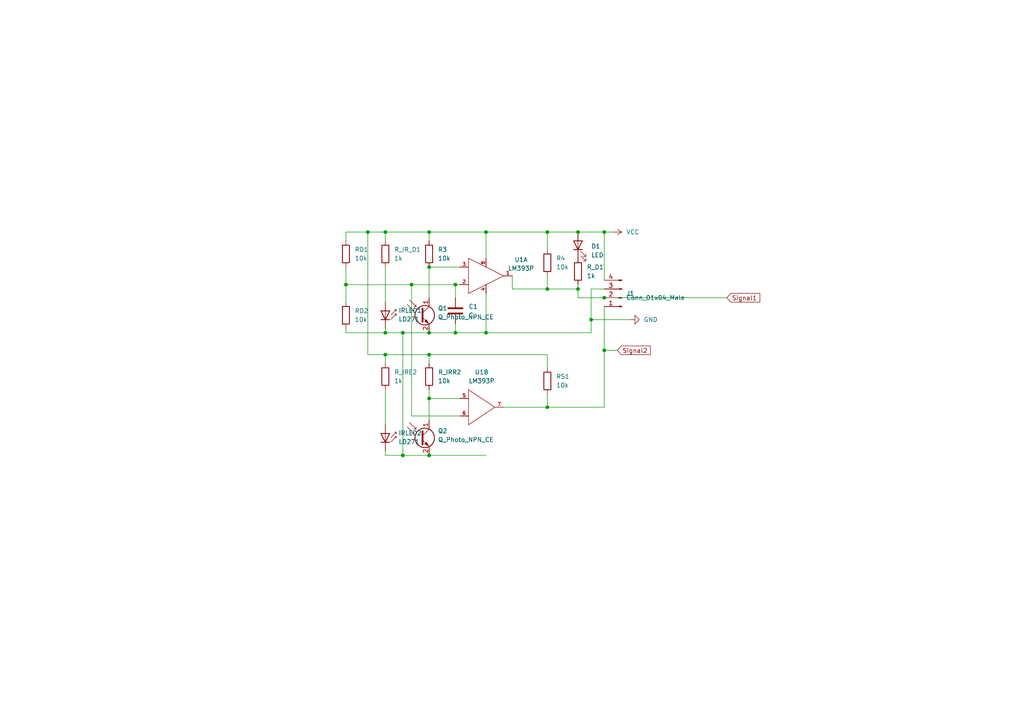
<source format=kicad_sch>
(kicad_sch (version 20211123) (generator eeschema)
  (paper "A4")
  (lib_symbols
    (symbol "Connector:Conn_01x04_Male" (pin_names (offset 1.016) hide)
      (property "Reference" "J" (at 0 5.08 0))
      (property "Value" "Conn_01x04_Male" (at 0 -7.62 0))
      (symbol "Conn_01x04_Male_1_1"
        (polyline (pts (xy 1.27 -5.08) (xy 0.8636 -5.08)) (stroke (width 0.1524)))
        (polyline (pts (xy 1.27 -2.54) (xy 0.8636 -2.54)) (stroke (width 0.1524)))
        (polyline (pts (xy 1.27 0) (xy 0.8636 0)) (stroke (width 0.1524)))
        (polyline (pts (xy 1.27 2.54) (xy 0.8636 2.54)) (stroke (width 0.1524)))
        (rectangle (start 0.8636 -4.953) (end 0 -5.207) (stroke (width 0.1524)) (fill (type outline)))
        (rectangle (start 0.8636 -2.413) (end 0 -2.667) (stroke (width 0.1524)) (fill (type outline)))
        (rectangle (start 0.8636 0.127) (end 0 -0.127) (stroke (width 0.1524)) (fill (type outline)))
        (rectangle (start 0.8636 2.667) (end 0 2.413) (stroke (width 0.1524)) (fill (type outline)))
        (pin passive line (at 5.08 2.54 180) (length 3.81) (name "Pin_1") (number "1"))
        (pin passive line (at 5.08 0 180) (length 3.81) (name "Pin_2") (number "2"))
        (pin passive line (at 5.08 -2.54 180) (length 3.81) (name "Pin_3") (number "3"))
        (pin passive line (at 5.08 -5.08 180) (length 3.81) (name "Pin_4") (number "4"))
      )
    )
    (symbol "Device:C" (pin_numbers hide) (pin_names (offset 0.254))
      (property "Reference" "C" (at 0.635 2.54 0))
      (property "Value" "C" (at 0.635 -2.54 0))
      (symbol "C_0_1"
        (polyline (pts (xy -2.032 -0.762) (xy 2.032 -0.762)) (stroke (width 0.508)))
        (polyline (pts (xy -2.032 0.762) (xy 2.032 0.762)) (stroke (width 0.508)))
      )
      (symbol "C_1_1"
        (pin passive line (at 0 3.81 270) (length 2.794) (name "~") (number "1"))
        (pin passive line (at 0 -3.81 90) (length 2.794) (name "~") (number "2"))
      )
    )
    (symbol "Device:LED" (pin_numbers hide) (pin_names (offset 1.016) hide)
      (property "Reference" "D" (at 0 2.54 0))
      (property "Value" "LED" (at 0 -2.54 0))
      (symbol "LED_0_1"
        (polyline (pts (xy -1.27 -1.27) (xy -1.27 1.27)) (stroke (width 0.254)))
        (polyline (pts (xy -1.27 0) (xy 1.27 0)))
        (polyline (pts (xy 1.27 -1.27) (xy 1.27 1.27) (xy -1.27 0) (xy 1.27 -1.27)) (stroke (width 0.254)))
        (polyline (pts (xy -3.048 -0.762) (xy -4.572 -2.286) (xy -3.81 -2.286) (xy -4.572 -2.286) (xy -4.572 -1.524)))
        (polyline (pts (xy -1.778 -0.762) (xy -3.302 -2.286) (xy -2.54 -2.286) (xy -3.302 -2.286) (xy -3.302 -1.524)))
      )
      (symbol "LED_1_1"
        (pin passive line (at -3.81 0 0) (length 2.54) (name "K") (number "1"))
        (pin passive line (at 3.81 0 180) (length 2.54) (name "A") (number "2"))
      )
    )
    (symbol "Device:Q_Photo_NPN_CE" (pin_names (offset 0) hide)
      (property "Reference" "Q" (at 5.08 1.27 0))
      (property "Value" "Q_Photo_NPN_CE" (at 5.08 -1.27 0))
      (symbol "Q_Photo_NPN_CE_0_1"
        (polyline (pts (xy -1.905 1.27) (xy -2.54 1.27)))
        (polyline (pts (xy -1.27 2.54) (xy -1.905 2.54)))
        (polyline (pts (xy 0.635 0.635) (xy 2.54 2.54)))
        (polyline (pts (xy -3.81 3.175) (xy -1.905 1.27) (xy -1.905 1.905)))
        (polyline (pts (xy -3.175 4.445) (xy -1.27 2.54) (xy -1.27 3.175)))
        (polyline (pts (xy 0.635 -0.635) (xy 2.54 -2.54) (xy 2.54 -2.54)))
        (polyline (pts (xy 0.635 1.905) (xy 0.635 -1.905) (xy 0.635 -1.905)) (stroke (width 0.508)))
        (polyline (pts (xy 1.27 -1.778) (xy 1.778 -1.27) (xy 2.286 -2.286) (xy 1.27 -1.778) (xy 1.27 -1.778)) (fill (type outline)))
        (circle (center 1.27 0) (radius 2.8194) (stroke (width 0.254)))
      )
      (symbol "Q_Photo_NPN_CE_1_1"
        (pin passive line (at 2.54 5.08 270) (length 2.54) (name "C") (number "1"))
        (pin passive line (at 2.54 -5.08 90) (length 2.54) (name "E") (number "2"))
      )
    )
    (symbol "Device:R" (pin_numbers hide) (pin_names (offset 0))
      (property "Reference" "R" (at 2.032 0 90))
      (property "Value" "R" (at 0 0 90))
      (symbol "R_0_1"
        (rectangle (start -1.016 -2.54) (end 1.016 2.54) (stroke (width 0.254)))
      )
      (symbol "R_1_1"
        (pin passive line (at 0 3.81 270) (length 1.27) (name "~") (number "1"))
        (pin passive line (at 0 -3.81 90) (length 1.27) (name "~") (number "2"))
      )
    )
    (symbol "LED:LD271" (pin_numbers hide) (pin_names (offset 1.016) hide)
      (property "Reference" "D" (at 0.508 1.778 0))
      (property "Value" "LD271" (at -1.016 -2.794 0))
      (symbol "LD271_0_1"
        (polyline (pts (xy -2.54 1.27) (xy -2.54 -1.27)) (stroke (width 0.254)))
        (polyline (pts (xy 0 0) (xy -2.54 0)))
        (polyline (pts (xy 0.381 3.175) (xy -0.127 3.175)))
        (polyline (pts (xy -1.143 1.651) (xy 0.381 3.175) (xy 0.381 2.667)))
        (polyline (pts (xy 0 -1.27) (xy -2.54 0) (xy 0 1.27) (xy 0 -1.27)) (stroke (width 0.254)))
        (polyline (pts (xy -2.413 1.651) (xy -0.889 3.175) (xy -0.889 2.667) (xy -0.889 3.175) (xy -1.397 3.175)))
      )
      (symbol "LD271_1_1"
        (pin passive line (at -5.08 0 0) (length 2.54) (name "K") (number "1"))
        (pin passive line (at 2.54 0 180) (length 2.54) (name "A") (number "2"))
      )
    )
    (symbol "eec:LM393P" (pin_names (offset 1.016))
      (property "Reference" "U" (at 0 5.08 0))
      (property "Value" "LM393P" (at 0 7.62 0))
      (symbol "LM393P_1_0"
        (text "+" (at 5.588 1.27 0) (effects (font (size 1.524 1.524))))
        (text "+" (at 5.842 1.27 0) (effects (font (size 1.524 1.524))))
        (text "_" (at 5.588 0.762 0) (effects (font (size 1.524 1.524))))
        (text "_" (at 5.588 0.762 0) (effects (font (size 1.524 1.524))))
      )
      (symbol "LM393P_1_1"
        (polyline (pts (xy 5.08 -7.62) (xy 5.08 2.54)))
        (polyline (pts (xy 5.08 -7.62) (xy 15.24 -2.54)))
        (polyline (pts (xy 5.08 2.54) (xy 15.24 -2.54)))
        (pin unspecified line (at 17.78 -2.54 180) (length 2.54) (name "1OUT") (number "1"))
        (pin unspecified line (at 2.54 -5.08 0) (length 2.54) (name "1IN−") (number "2"))
        (pin unspecified line (at 2.54 0 0) (length 2.54) (name "1IN+") (number "3"))
        (pin unspecified line (at 10.16 -7.62 90) (length 2.54) (name "GND") (number "4"))
        (pin unspecified line (at 10.16 2.54 270) (length 2.54) (name "VCC") (number "8"))
      )
      (symbol "LM393P_2_1"
        (polyline (pts (xy 5.08 -7.62) (xy 5.08 2.54)))
        (polyline (pts (xy 5.08 -7.62) (xy 12.7 -2.54)))
        (polyline (pts (xy 5.08 2.54) (xy 12.7 -2.54)))
        (pin unspecified line (at 2.54 0 0) (length 2.54) (name "2IN+") (number "5"))
        (pin unspecified line (at 2.54 -5.08 0) (length 2.54) (name "2IN-") (number "6"))
        (pin unspecified line (at 15.24 -2.54 180) (length 2.54) (name "2OUT") (number "7"))
      )
    )
    (symbol "power:GND" (power) (pin_names (offset 0))
      (property "Value" "GND" (at 0 -3.81 0))
      (symbol "GND_0_1"
        (polyline (pts (xy 0 0) (xy 0 -1.27) (xy 1.27 -1.27) (xy 0 -2.54) (xy -1.27 -1.27) (xy 0 -1.27)))
      )
      (symbol "GND_1_1"
        (pin power_in line (at 0 0 270) (length 0) hide (name "GND") (number "1"))
      )
    )
    (symbol "power:VCC" (power) (pin_names (offset 0))
      (property "Value" "VCC" (at 0 3.81 0))
      (symbol "VCC_0_1"
        (polyline (pts (xy -0.762 1.27) (xy 0 2.54)))
        (polyline (pts (xy 0 0) (xy 0 2.54)))
        (polyline (pts (xy 0 2.54) (xy 0.762 1.27)))
      )
      (symbol "VCC_1_1"
        (pin power_in line (at 0 0 90) (length 0) hide (name "VCC") (number "1"))
      )
    )
  )
  (junction (at 132.08 96.52))
  (junction (at 116.84 96.52))
  (junction (at 111.76 96.52))
  (junction (at 119.38 82.55))
  (junction (at 158.75 67.31))
  (junction (at 158.75 118.11))
  (junction (at 175.26 86.36))
  (junction (at 100.33 82.55))
  (junction (at 124.46 132.08))
  (junction (at 124.46 96.52))
  (junction (at 140.97 96.52))
  (junction (at 132.08 82.55))
  (junction (at 167.64 67.31))
  (junction (at 124.46 115.57))
  (junction (at 111.76 67.31))
  (junction (at 140.97 67.31))
  (junction (at 158.75 83.82))
  (junction (at 175.26 67.31))
  (junction (at 175.26 101.6))
  (junction (at 124.46 77.47))
  (junction (at 167.64 83.82))
  (junction (at 116.84 132.08))
  (junction (at 111.76 102.87))
  (junction (at 124.46 102.87))
  (junction (at 124.46 67.31))
  (junction (at 106.68 67.31))
  (junction (at 171.45 92.71))
  (wire (pts (xy 124.46 102.87) (xy 158.75 102.87)))
  (wire (pts (xy 100.33 95.25) (xy 100.33 96.52)))
  (wire (pts (xy 100.33 96.52) (xy 111.76 96.52)))
  (wire (pts (xy 119.38 120.65) (xy 133.35 120.65)))
  (wire (pts (xy 100.33 82.55) (xy 119.38 82.55)))
  (wire (pts (xy 175.26 88.9) (xy 175.26 101.6)))
  (wire (pts (xy 111.76 77.47) (xy 111.76 87.63)))
  (wire (pts (xy 132.08 93.98) (xy 132.08 96.52)))
  (wire (pts (xy 111.76 102.87) (xy 111.76 105.41)))
  (wire (pts (xy 158.75 80.01) (xy 158.75 83.82)))
  (wire (pts (xy 106.68 67.31) (xy 106.68 102.87)))
  (wire (pts (xy 171.45 83.82) (xy 175.26 83.82)))
  (wire (pts (xy 175.26 101.6) (xy 179.07 101.6)))
  (wire (pts (xy 132.08 96.52) (xy 140.97 96.52)))
  (wire (pts (xy 167.64 86.36) (xy 175.26 86.36)))
  (wire (pts (xy 124.46 115.57) (xy 124.46 121.92)))
  (wire (pts (xy 171.45 92.71) (xy 171.45 96.52)))
  (wire (pts (xy 124.46 102.87) (xy 124.46 105.41)))
  (wire (pts (xy 100.33 82.55) (xy 100.33 87.63)))
  (wire (pts (xy 119.38 82.55) (xy 132.08 82.55)))
  (wire (pts (xy 167.64 67.31) (xy 175.26 67.31)))
  (wire (pts (xy 119.38 82.55) (xy 119.38 120.65)))
  (wire (pts (xy 182.88 92.71) (xy 171.45 92.71)))
  (wire (pts (xy 158.75 72.39) (xy 158.75 67.31)))
  (wire (pts (xy 175.26 118.11) (xy 175.26 101.6)))
  (wire (pts (xy 175.26 67.31) (xy 177.8 67.31)))
  (wire (pts (xy 158.75 83.82) (xy 148.59 83.82)))
  (wire (pts (xy 158.75 114.3) (xy 158.75 118.11)))
  (wire (pts (xy 132.08 82.55) (xy 133.35 82.55)))
  (wire (pts (xy 158.75 102.87) (xy 158.75 106.68)))
  (wire (pts (xy 167.64 83.82) (xy 158.75 83.82)))
  (wire (pts (xy 106.68 67.31) (xy 111.76 67.31)))
  (wire (pts (xy 124.46 67.31) (xy 140.97 67.31)))
  (wire (pts (xy 100.33 67.31) (xy 106.68 67.31)))
  (wire (pts (xy 124.46 77.47) (xy 133.35 77.47)))
  (wire (pts (xy 148.59 83.82) (xy 148.59 80.01)))
  (wire (pts (xy 116.84 96.52) (xy 124.46 96.52)))
  (wire (pts (xy 158.75 67.31) (xy 167.64 67.31)))
  (wire (pts (xy 140.97 96.52) (xy 171.45 96.52)))
  (wire (pts (xy 158.75 118.11) (xy 175.26 118.11)))
  (wire (pts (xy 140.97 67.31) (xy 140.97 74.93)))
  (wire (pts (xy 124.46 96.52) (xy 132.08 96.52)))
  (wire (pts (xy 111.76 67.31) (xy 111.76 69.85)))
  (wire (pts (xy 175.26 67.31) (xy 175.26 81.28)))
  (wire (pts (xy 111.76 96.52) (xy 116.84 96.52)))
  (wire (pts (xy 116.84 132.08) (xy 124.46 132.08)))
  (wire (pts (xy 124.46 113.03) (xy 124.46 115.57)))
  (wire (pts (xy 124.46 77.47) (xy 124.46 86.36)))
  (wire (pts (xy 140.97 67.31) (xy 158.75 67.31)))
  (wire (pts (xy 106.68 102.87) (xy 111.76 102.87)))
  (wire (pts (xy 124.46 67.31) (xy 124.46 69.85)))
  (wire (pts (xy 124.46 115.57) (xy 133.35 115.57)))
  (wire (pts (xy 140.97 132.08) (xy 124.46 132.08)))
  (wire (pts (xy 111.76 132.08) (xy 116.84 132.08)))
  (wire (pts (xy 111.76 67.31) (xy 124.46 67.31)))
  (wire (pts (xy 140.97 85.09) (xy 140.97 96.52)))
  (wire (pts (xy 111.76 130.81) (xy 111.76 132.08)))
  (wire (pts (xy 111.76 113.03) (xy 111.76 123.19)))
  (wire (pts (xy 111.76 95.25) (xy 111.76 96.52)))
  (wire (pts (xy 167.64 83.82) (xy 167.64 86.36)))
  (wire (pts (xy 111.76 102.87) (xy 124.46 102.87)))
  (wire (pts (xy 146.05 118.11) (xy 158.75 118.11)))
  (wire (pts (xy 167.64 83.82) (xy 167.64 82.55)))
  (wire (pts (xy 175.26 86.36) (xy 210.82 86.36)))
  (wire (pts (xy 100.33 77.47) (xy 100.33 82.55)))
  (wire (pts (xy 132.08 82.55) (xy 132.08 86.36)))
  (wire (pts (xy 116.84 96.52) (xy 116.84 132.08)))
  (wire (pts (xy 100.33 69.85) (xy 100.33 67.31)))
  (wire (pts (xy 171.45 83.82) (xy 171.45 92.71)))
  (global_label "Signal2" (shape input) (at 179.07 101.6 0) (property "Intersheet References" "${INTERSHEET_REFS}" (effects hide)))
  (global_label "Signal1" (shape input) (at 210.82 86.36 0) (property "Intersheet References" "${INTERSHEET_REFS}" (effects hide)))
  (symbol (lib_id "Device:R") (at 111.76 109.22 0) (unit 1)
    (property "Reference" "R_IRE2" (at 114.3 107.9499 0) (effects (justify left)))
    (property "Value" "1k" (at 114.3 110.4899 0) (effects (justify left)))
    (property "Footprint" "Resistor_THT:R_Axial_DIN0207_L6.3mm_D2.5mm_P7.62mm_Horizontal" (effects hide))
  )
  (symbol (lib_id "LED:LD271") (at 111.76 125.73 270) (mirror x) (unit 1)
    (property "Reference" "IRLED2" (at 115.57 125.6029 90) (effects (justify left)))
    (property "Value" "LD271" (at 115.57 128.1429 90) (effects (justify left)))
    (property "Footprint" "LED_THT:LED_D5.0mm_IRGrey" (effects hide))
    (property "Datasheet" "http://www.alliedelec.com/m/d/40788c34903a719969df15f1fbea1056.pdf" (effects hide))
  )
  (symbol (lib_id "LED:LD271") (at 111.76 90.17 270) (mirror x) (unit 1)
    (property "Reference" "IRLED1" (at 115.57 90.0429 90) (effects (justify left)))
    (property "Value" "LD271" (at 115.57 92.5829 90) (effects (justify left)))
    (property "Footprint" "LED_THT:LED_D5.0mm_IRGrey" (effects hide))
    (property "Datasheet" "http://www.alliedelec.com/m/d/40788c34903a719969df15f1fbea1056.pdf" (effects hide))
  )
  (symbol (lib_id "eec:LM393P") (at 130.81 115.57 0) (unit 2)
    (property "Reference" "U1" (at 139.7 107.95 0))
    (property "Value" "LM393P" (at 139.7 110.49 0))
    (property "Footprint" "Texas_Instruments-P_R-PDIP-T8-0-0-*" (effects hide))
    (property "Datasheet" "http://www-s.ti.com/sc/ds/lm193.pdf" (effects hide))
    (property "category" "IC" (effects hide))
    (property "digikey description" "IC DUAL DIFF COMP 8-DIP" (effects hide))
    (property "digikey part number" "296-1398-5-ND" (effects hide))
    (property "ipc land pattern name" "DIP794W46P254L959H508Q8" (effects hide))
    (property "lead free" "yes" (effects hide))
    (property "library id" "769f2784d21fb492" (effects hide))
    (property "manufacturer" "Texas Instruments" (effects hide))
    (property "mouser part number" "595-LM393P" (effects hide))
    (property "package" "PDIP8" (effects hide))
    (property "rohs" "yes" (effects hide))
    (property "temperature range high" "+70°C" (effects hide))
    (property "temperature range low" "0°C" (effects hide))
  )
  (symbol (lib_id "Device:R") (at 100.33 91.44 0) (unit 1)
    (property "Reference" "RD2" (at 102.87 90.1699 0) (effects (justify left)))
    (property "Value" "10k" (at 102.87 92.7099 0) (effects (justify left)))
    (property "Footprint" "Resistor_THT:R_Axial_DIN0207_L6.3mm_D2.5mm_P7.62mm_Horizontal" (effects hide))
  )
  (symbol (lib_id "Device:R") (at 167.64 78.74 0) (unit 1)
    (property "Reference" "R_D1" (at 170.18 77.4699 0) (effects (justify left)))
    (property "Value" "1k" (at 170.18 80.0099 0) (effects (justify left)))
    (property "Footprint" "Resistor_THT:R_Axial_DIN0207_L6.3mm_D2.5mm_P7.62mm_Horizontal" (effects hide))
  )
  (symbol (lib_id "Connector:Conn_01x04_Male") (at 180.34 86.36 180) (unit 1)
    (property "Reference" "J1" (at 181.61 85.09 0) (effects (justify right)))
    (property "Value" "Conn_01x04_Male" (at 181.61 86.3599 0) (effects (justify right)))
    (property "Footprint" "Connector_JST:JST_XH_B4B-XH-A_1x04_P2.50mm_Vertical" (effects hide))
  )
  (symbol (lib_id "Device:R") (at 124.46 109.22 180) (unit 1)
    (property "Reference" "R_IRR2" (at 127 107.9499 0) (effects (justify right)))
    (property "Value" "10k" (at 127 110.4899 0) (effects (justify right)))
    (property "Footprint" "Resistor_THT:R_Axial_DIN0207_L6.3mm_D2.5mm_P7.62mm_Horizontal" (effects hide))
  )
  (symbol (lib_id "Device:R") (at 158.75 110.49 0) (unit 1)
    (property "Reference" "RS1" (at 161.29 109.2199 0) (effects (justify left)))
    (property "Value" "10k" (at 161.29 111.7599 0) (effects (justify left)))
    (property "Footprint" "Resistor_THT:R_Axial_DIN0207_L6.3mm_D2.5mm_P7.62mm_Horizontal" (effects hide))
  )
  (symbol (lib_id "Device:R") (at 124.46 73.66 180) (unit 1)
    (property "Reference" "R3" (at 127 72.3899 0) (effects (justify right)))
    (property "Value" "10k" (at 127 74.9299 0) (effects (justify right)))
    (property "Footprint" "Resistor_THT:R_Axial_DIN0207_L6.3mm_D2.5mm_P7.62mm_Horizontal" (effects hide))
  )
  (symbol (lib_id "Device:Q_Photo_NPN_CE") (at 121.92 91.44 0) (unit 1)
    (property "Reference" "Q1" (at 127 89.4206 0) (effects (justify left)))
    (property "Value" "Q_Photo_NPN_CE" (at 127 91.9606 0) (effects (justify left)))
    (property "Footprint" "LED_THT:LED_D5.0mm_IRGrey" (effects hide))
  )
  (symbol (lib_id "Device:R") (at 158.75 76.2 0) (unit 1)
    (property "Reference" "R4" (at 161.29 74.9299 0) (effects (justify left)))
    (property "Value" "10k" (at 161.29 77.4699 0) (effects (justify left)))
    (property "Footprint" "Resistor_THT:R_Axial_DIN0207_L6.3mm_D2.5mm_P7.62mm_Horizontal" (effects hide))
  )
  (symbol (lib_id "Device:C") (at 132.08 90.17 180) (unit 1)
    (property "Reference" "C1" (at 135.89 88.8999 0) (effects (justify right)))
    (property "Value" "C" (at 135.89 91.4399 0) (effects (justify right)))
    (property "Footprint" "Capacitor_THT:C_Disc_D4.3mm_W1.9mm_P5.00mm" (effects hide))
  )
  (symbol (lib_id "eec:LM393P") (at 130.81 77.47 0) (unit 1)
    (property "Reference" "U1" (at 151.13 75.311 0))
    (property "Value" "LM393P" (at 151.13 77.851 0))
    (property "Footprint" "eec:Texas_Instruments-P_R-PDIP-T8-0-0-0" (effects hide))
    (property "Datasheet" "http://www-s.ti.com/sc/ds/lm193.pdf" (effects hide))
    (property "category" "IC" (effects hide))
    (property "digikey description" "IC DUAL DIFF COMP 8-DIP" (effects hide))
    (property "digikey part number" "296-1398-5-ND" (effects hide))
    (property "ipc land pattern name" "DIP794W46P254L959H508Q8" (effects hide))
    (property "lead free" "yes" (effects hide))
    (property "library id" "769f2784d21fb492" (effects hide))
    (property "manufacturer" "Texas Instruments" (effects hide))
    (property "mouser part number" "595-LM393P" (effects hide))
    (property "package" "PDIP8" (effects hide))
    (property "rohs" "yes" (effects hide))
    (property "temperature range high" "+70°C" (effects hide))
    (property "temperature range low" "0°C" (effects hide))
  )
  (symbol (lib_id "Device:Q_Photo_NPN_CE") (at 121.92 127 0) (unit 1)
    (property "Reference" "Q2" (at 127 124.9806 0) (effects (justify left)))
    (property "Value" "Q_Photo_NPN_CE" (at 127 127.5206 0) (effects (justify left)))
    (property "Footprint" "LED_THT:LED_D5.0mm_IRGrey" (effects hide))
  )
  (symbol (lib_id "Device:R") (at 100.33 73.66 0) (unit 1)
    (property "Reference" "RD1" (at 102.87 72.3899 0) (effects (justify left)))
    (property "Value" "10k" (at 102.87 74.9299 0) (effects (justify left)))
    (property "Footprint" "Resistor_THT:R_Axial_DIN0207_L6.3mm_D2.5mm_P7.62mm_Horizontal" (effects hide))
  )
  (symbol (lib_id "Device:LED") (at 167.64 71.12 90) (unit 1)
    (property "Reference" "D1" (at 171.45 71.4374 90) (effects (justify right)))
    (property "Value" "LED" (at 171.45 73.9774 90) (effects (justify right)))
    (property "Footprint" "LED_THT:LED_D5.0mm_IRGrey" (effects hide))
  )
  (symbol (lib_id "power:GND") (at 182.88 92.71 90) (unit 1)
    (property "Reference" "#PWR0102" (effects hide))
    (property "Value" "GND" (at 186.69 92.7099 90) (effects (justify right)))
  )
  (symbol (lib_id "power:VCC") (at 177.8 67.31 270) (unit 1)
    (property "Reference" "#PWR0101" (effects hide))
    (property "Value" "VCC" (at 181.61 67.3099 90) (effects (justify left)))
  )
  (symbol (lib_id "Device:R") (at 111.76 73.66 0) (unit 1)
    (property "Reference" "R_IR_D1" (at 114.3 72.3899 0) (effects (justify left)))
    (property "Value" "1k" (at 114.3 74.9299 0) (effects (justify left)))
    (property "Footprint" "Resistor_THT:R_Axial_DIN0207_L6.3mm_D2.5mm_P7.62mm_Horizontal" (effects hide))
  )
)
</source>
